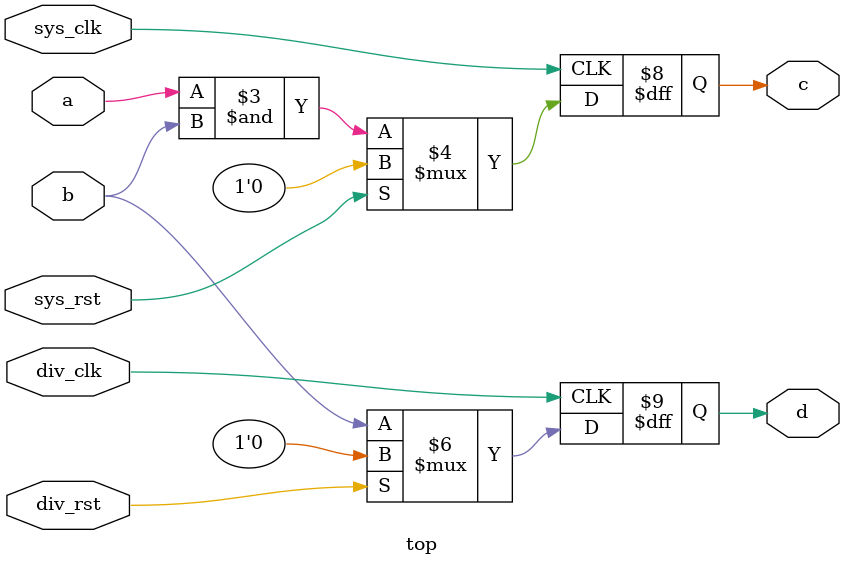
<source format=v>
/* Machine-generated using Migen */
module top(
	input a,
	input b,
	output reg c,
	output reg d,
	input div_clk,
	input div_rst,
	input sys_clk,
	input sys_rst
);



always @(posedge div_clk) begin
	d <= b;
	if (div_rst) begin
		d <= 1'd0;
	end
end

always @(posedge sys_clk) begin
	c <= (a & b);
	if (sys_rst) begin
		c <= 1'd0;
	end
end

endmodule

</source>
